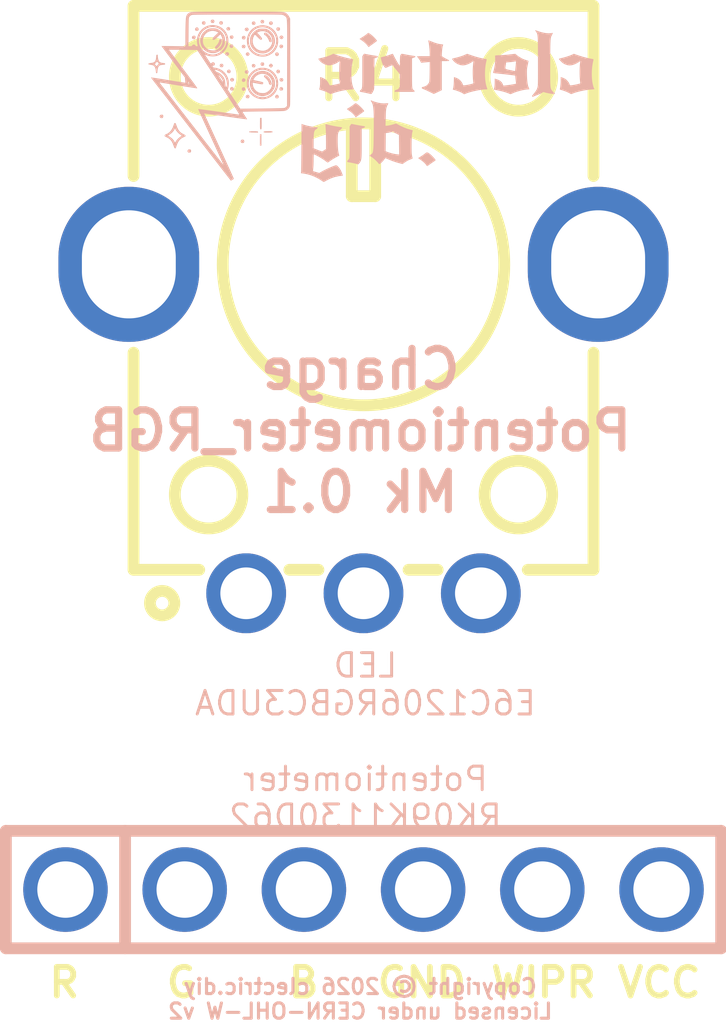
<source format=kicad_pcb>
(kicad_pcb (version 20241229) (generator "pcbnew") (generator_version "9.0")
  (title_block (title "Charge Potentiometer_RGB") (date "2026-02-20") (rev "Mk 0.1") (company "clectric.diy") (comment 1 "Copyright © 2026 clectric.diy Licensed under CERN-OHL-W v2") (comment 2 "Charles H. Leggett"))
  (layers (0 "F.Cu" signal "Front") (2 "B.Cu" signal "Back") (13 "F.Paste" user) (15 "B.Paste" user) (5 "F.SilkS" user "F.Silkscreen") (7 "B.SilkS" user "B.Silkscreen") (1 "F.Mask" user) (3 "B.Mask" user) (25 "Edge.Cuts" user))
  (net 0 "")
  (net 1 "LED_GREEN")
  (net 2 "LED_RED")
  (net 3 "LED_BLUE")
  (net 4 "VCC+CW")
  (net 5 "WIPER")
  (net 6 "GND+CCW")
  (footprint "clectric-diy:RES-TH_RK09K113004U" (layer "F.Cu") (at 90.75 91.795)
    (property "Reference" "R4" (at 0 -7.5 0) (layer "F.SilkS"))
    (property "Value" "RK09K1130D62" (hide yes))
    (pad "1" thru_hole circle (at -2.5 3.5) (size 1.7 1.7) (drill 1.100023) (layers "*.Cu" "*.Mask") (net 6 "GND+CCW"))
    (pad "2" thru_hole circle (at 0 3.5) (size 1.7 1.7) (drill 1.100023) (layers "*.Cu" "*.Mask") (net 5 "WIPER"))
    (pad "3" thru_hole circle (at 2.5 3.5) (size 1.7 1.7) (drill 1.100023) (layers "*.Cu" "*.Mask") (net 4 "VCC+CW"))
    (pad "4" thru_hole oval (at 5 -3.5) (size 3 3.3) (drill oval 1.999996 2.300021) (layers "*.Cu" "*.Mask") (net 6 "GND+CCW"))
    (pad "5" thru_hole oval (at -5 -3.5) (size 3 3.3) (drill oval 1.999996 2.300021) (layers "*.Cu" "*.Mask") (net 6 "GND+CCW"))
  )
  (footprint "clectric-diy:HDR-TH_6P-P2.54-V-M-1" (layer "B.Cu") (at 90.75 101.6)
    (property "Reference" "J1" (hide yes))
    (property "Value" "Conn_01x06_Pin")
    (pad "1" thru_hole circle (at -6.35 0) (size 1.8 1.8) (drill 1.199998) (layers "*.Cu" "*.Mask") (net 2 "LED_RED"))
    (pad "2" thru_hole circle (at -3.81 0) (size 1.8 1.8) (drill 1.199998) (layers "*.Cu" "*.Mask") (net 1 "LED_GREEN"))
    (pad "3" thru_hole circle (at -1.27 0) (size 1.8 1.8) (drill 1.199998) (layers "*.Cu" "*.Mask") (net 3 "LED_BLUE"))
    (pad "4" thru_hole circle (at 1.27 0) (size 1.8 1.8) (drill 1.199998) (layers "*.Cu" "*.Mask") (net 6 "GND+CCW"))
    (pad "5" thru_hole circle (at 3.81 0) (size 1.8 1.8) (drill 1.199998) (layers "*.Cu" "*.Mask") (net 5 "WIPER"))
    (pad "6" thru_hole circle (at 6.35 0) (size 1.8 1.8) (drill 1.199998) (layers "*.Cu" "*.Mask") (net 4 "VCC+CW"))
  )
  (footprint "LOGO" (layer "B.Cu") (at 90.95 84.675 180)
    (property "Reference" "G***" (hide yes))
    (property "Value" "LOGO" (hide yes))
  )
  (gr_text "VCC" (at 98 103.935 0) (layer "F.SilkS") (effects (font (size 0.6096 0.6096) (thickness 0.12192) (bold yes)) (justify right bottom)))
  (gr_text "G" (at 87.26 103.935 0) (layer "F.SilkS") (effects (font (size 0.6096 0.6096) (thickness 0.12192) (bold yes)) (justify right bottom)))
  (gr_text "R\n" (at 84.76 103.935 0) (layer "F.SilkS") (effects (font (size 0.6096 0.6096) (thickness 0.12192) (bold yes)) (justify right bottom)))
  (gr_text "GND" (at 93 103.935 0) (layer "F.SilkS") (effects (font (size 0.6096 0.6096) (thickness 0.12192) (bold yes)) (justify right bottom)))
  (gr_text "WIPR" (at 95.77 103.935 0) (layer "F.SilkS") (effects (font (size 0.6096 0.6096) (thickness 0.12192) (bold yes)) (justify right bottom)))
  (gr_text "B" (at 89.86 103.935 0) (layer "F.SilkS") (effects (font (size 0.6096 0.6096) (thickness 0.12192) (bold yes)) (justify right bottom)))
  (gr_text "LED\nE6C1206RGBC3UDA\n\nPotentiometer\nRK09K1130D62" (at 90.79 98.44 0) (layer "B.SilkS") (effects (font (size 0.5 0.5) (thickness 0.0625)) (justify mirror)))
  (gr_text "Charge\nPotentiometer_RGB\nMk 0.1" (at 90.68 93.62 0) (layer "B.SilkS") (effects (font (size 0.8128 0.8128) (thickness 0.1524) (bold yes)) (justify bottom mirror)))
  (gr_text "Copyright © 2026 clectric.diy\nLicensed under CERN-OHL-W v2" (at 90.68 104.38 0) (layer "B.SilkS") (effects (font (size 0.32512 0.32512) (thickness 0.065024) (bold yes)) (justify bottom mirror)))
)
</source>
